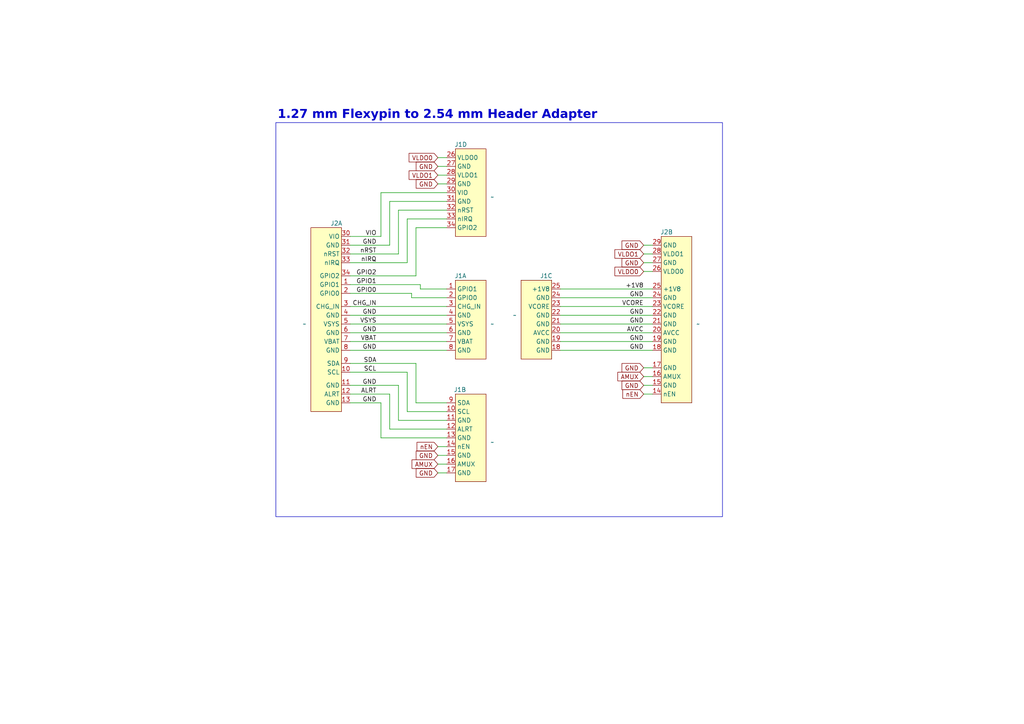
<source format=kicad_sch>
(kicad_sch (version 20231120) (generator "eeschema") (generator_version "8.0")
  (paper "A4")
  (title_block (title "[1] 1.27 mm Flexypin to 2.54 mm Header Adapter") (rev "0.1") (company "Embedded Systems Laboratory - EPFL"))
  (lib_symbols
    (symbol "X-MODs_SchLib:Power_Board_Header_Conn_2.54mm"
      (property "Reference" "J" (at 0.762 1.27 0))
      (symbol "Power_Board_Header_Conn_2.54mm_1_1"
        (rectangle (start 0 0) (end 8.89 -53.34) (stroke (width 0) (color 128 0 0 1)) (fill (type background)))
        (pin passive line (at -2.54 -16.51 0) (length 2.54) (name "GPIO1") (number "1"))
        (pin passive line (at -2.54 -41.91 0) (length 2.54) (name "SCL") (number "10"))
        (pin passive line (at -2.54 -45.72 0) (length 2.54) (name "GND") (number "11"))
        (pin passive line (at -2.54 -48.26 0) (length 2.54) (name "ALRT") (number "12"))
        (pin passive line (at -2.54 -50.8 0) (length 2.54) (name "GND") (number "13"))
        (pin passive line (at -2.54 -19.05 0) (length 2.54) (name "GPIO0") (number "2"))
        (pin passive line (at -2.54 -22.86 0) (length 2.54) (name "CHG_IN") (number "3"))
        (pin passive line (at -2.54 -2.54 0) (length 2.54) (name "VIO") (number "30"))
        (pin passive line (at -2.54 -5.08 0) (length 2.54) (name "GND") (number "31"))
        (pin passive line (at -2.54 -7.62 0) (length 2.54) (name "nRST") (number "32"))
        (pin passive line (at -2.54 -10.16 0) (length 2.54) (name "nIRQ") (number "33"))
        (pin passive line (at -2.54 -13.97 0) (length 2.54) (name "GPIO2") (number "34"))
        (pin passive line (at -2.54 -25.4 0) (length 2.54) (name "GND") (number "4"))
        (pin passive line (at -2.54 -27.94 0) (length 2.54) (name "VSYS") (number "5"))
        (pin passive line (at -2.54 -30.48 0) (length 2.54) (name "GND") (number "6"))
        (pin passive line (at -2.54 -33.02 0) (length 2.54) (name "VBAT") (number "7"))
        (pin passive line (at -2.54 -35.56 0) (length 2.54) (name "GND") (number "8"))
        (pin passive line (at -2.54 -39.37 0) (length 2.54) (name "SDA") (number "9"))
      )
      (symbol "Power_Board_Header_Conn_2.54mm_2_1"
        (rectangle (start 0 0) (end 8.89 -48.26) (stroke (width 0) (color 128 0 0 1)) (fill (type background)))
        (pin passive line (at -2.54 -45.72 0) (length 2.54) (name "nEN") (number "14"))
        (pin passive line (at -2.54 -43.18 0) (length 2.54) (name "GND") (number "15"))
        (pin passive line (at -2.54 -40.64 0) (length 2.54) (name "AMUX") (number "16"))
        (pin passive line (at -2.54 -38.1 0) (length 2.54) (name "GND") (number "17"))
        (pin passive line (at -2.54 -33.02 0) (length 2.54) (name "GND") (number "18"))
        (pin passive line (at -2.54 -30.48 0) (length 2.54) (name "GND") (number "19"))
        (pin passive line (at -2.54 -27.94 0) (length 2.54) (name "AVCC") (number "20"))
        (pin passive line (at -2.54 -25.4 0) (length 2.54) (name "GND") (number "21"))
        (pin passive line (at -2.54 -22.86 0) (length 2.54) (name "GND") (number "22"))
        (pin passive line (at -2.54 -20.32 0) (length 2.54) (name "VCORE") (number "23"))
        (pin passive line (at -2.54 -17.78 0) (length 2.54) (name "GND") (number "24"))
        (pin passive line (at -2.54 -15.24 0) (length 2.54) (name "+1V8") (number "25"))
        (pin passive line (at -2.54 -10.16 0) (length 2.54) (name "VLDO0") (number "26"))
        (pin passive line (at -2.54 -7.62 0) (length 2.54) (name "GND") (number "27"))
        (pin passive line (at -2.54 -5.08 0) (length 2.54) (name "VLDO1") (number "28"))
        (pin passive line (at -2.54 -2.54 0) (length 2.54) (name "GND") (number "29"))
      )
    )
    (symbol "X-MODs_SchLib:Power_Board_Socket_Conn_1.27mm" (in_bom no)
      (property "Reference" "J" (at 0.508 1.778 0))
      (symbol "Power_Board_Socket_Conn_1.27mm_1_1"
        (rectangle (start 0 0) (end 8.89 -22.86) (stroke (width 0) (color 128 0 0 1)) (fill (type background)))
        (pin passive line (at -2.54 -2.54 0) (length 2.54) (name "GPIO1") (number "1"))
        (pin passive line (at -2.54 -5.08 0) (length 2.54) (name "GPIO0") (number "2"))
        (pin passive line (at -2.54 -7.62 0) (length 2.54) (name "CHG_IN") (number "3"))
        (pin passive line (at -2.54 -10.16 0) (length 2.54) (name "GND") (number "4"))
        (pin passive line (at -2.54 -12.7 0) (length 2.54) (name "VSYS") (number "5"))
        (pin passive line (at -2.54 -15.24 0) (length 2.54) (name "GND") (number "6"))
        (pin passive line (at -2.54 -17.78 0) (length 2.54) (name "VBAT") (number "7"))
        (pin passive line (at -2.54 -20.32 0) (length 2.54) (name "GND") (number "8"))
      )
      (symbol "Power_Board_Socket_Conn_1.27mm_2_1"
        (rectangle (start 0 0) (end 8.89 -25.4) (stroke (width 0) (color 128 0 0 1)) (fill (type background)))
        (pin passive line (at -2.54 -5.08 0) (length 2.54) (name "SCL") (number "10"))
        (pin passive line (at -2.54 -7.62 0) (length 2.54) (name "GND") (number "11"))
        (pin passive line (at -2.54 -10.16 0) (length 2.54) (name "ALRT") (number "12"))
        (pin passive line (at -2.54 -12.7 0) (length 2.54) (name "GND") (number "13"))
        (pin passive line (at -2.54 -15.24 0) (length 2.54) (name "nEN") (number "14"))
        (pin passive line (at -2.54 -17.78 0) (length 2.54) (name "GND") (number "15"))
        (pin passive line (at -2.54 -20.32 0) (length 2.54) (name "AMUX") (number "16"))
        (pin passive line (at -2.54 -22.86 0) (length 2.54) (name "GND") (number "17"))
        (pin passive line (at -2.54 -2.54 0) (length 2.54) (name "SDA") (number "9"))
      )
      (symbol "Power_Board_Socket_Conn_1.27mm_3_1"
        (rectangle (start 0 0) (end 8.89 -22.86) (stroke (width 0) (color 128 0 0 1)) (fill (type background)))
        (pin passive line (at -2.54 -2.54 0) (length 2.54) (name "GND") (number "18"))
        (pin passive line (at -2.54 -5.08 0) (length 2.54) (name "GND") (number "19"))
        (pin passive line (at -2.54 -7.62 0) (length 2.54) (name "AVCC") (number "20"))
        (pin passive line (at -2.54 -10.16 0) (length 2.54) (name "GND") (number "21"))
        (pin passive line (at -2.54 -12.7 0) (length 2.54) (name "GND") (number "22"))
        (pin passive line (at -2.54 -15.24 0) (length 2.54) (name "VCORE") (number "23"))
        (pin passive line (at -2.54 -17.78 0) (length 2.54) (name "GND") (number "24"))
        (pin passive line (at -2.54 -20.32 0) (length 2.54) (name "+1V8") (number "25"))
      )
      (symbol "Power_Board_Socket_Conn_1.27mm_4_1"
        (rectangle (start 0 0) (end 8.89 -25.4) (stroke (width 0) (color 128 0 0 1)) (fill (type background)))
        (pin passive line (at -2.54 -2.54 0) (length 2.54) (name "VLDO0") (number "26"))
        (pin passive line (at -2.54 -5.08 0) (length 2.54) (name "GND") (number "27"))
        (pin passive line (at -2.54 -7.62 0) (length 2.54) (name "VLDO1") (number "28"))
        (pin passive line (at -2.54 -10.16 0) (length 2.54) (name "GND") (number "29"))
        (pin passive line (at -2.54 -12.7 0) (length 2.54) (name "VIO") (number "30"))
        (pin passive line (at -2.54 -15.24 0) (length 2.54) (name "GND") (number "31"))
        (pin passive line (at -2.54 -17.78 0) (length 2.54) (name "nRST") (number "32"))
        (pin passive line (at -2.54 -20.32 0) (length 2.54) (name "nIRQ") (number "33"))
        (pin passive line (at -2.54 -22.86 0) (length 2.54) (name "GPIO2") (number "34"))
      )
    )
  )
  (wire (pts (xy 101.6 101.6) (xy 129.54 101.6)))
  (wire (pts (xy 129.54 48.26) (xy 127 48.26)))
  (wire (pts (xy 186.69 76.2) (xy 189.23 76.2)))
  (wire (pts (xy 120.65 116.84) (xy 120.65 105.41)))
  (wire (pts (xy 119.38 85.09) (xy 101.6 85.09)))
  (wire (pts (xy 186.69 78.74) (xy 189.23 78.74)))
  (wire (pts (xy 120.65 66.04) (xy 120.65 80.01)))
  (wire (pts (xy 115.57 60.96) (xy 115.57 73.66)))
  (wire (pts (xy 118.11 76.2) (xy 101.6 76.2)))
  (wire (pts (xy 119.38 85.09) (xy 119.38 86.36)))
  (wire (pts (xy 118.11 119.38) (xy 118.11 107.95)))
  (wire (pts (xy 113.03 58.42) (xy 113.03 71.12)))
  (wire (pts (xy 101.6 96.52) (xy 129.54 96.52)))
  (wire (pts (xy 120.65 105.41) (xy 101.6 105.41)))
  (wire (pts (xy 110.49 55.88) (xy 110.49 68.58)))
  (wire (pts (xy 129.54 119.38) (xy 118.11 119.38)))
  (wire (pts (xy 186.69 109.22) (xy 189.23 109.22)))
  (wire (pts (xy 162.56 91.44) (xy 189.23 91.44)))
  (wire (pts (xy 129.54 63.5) (xy 118.11 63.5)))
  (wire (pts (xy 115.57 73.66) (xy 101.6 73.66)))
  (wire (pts (xy 162.56 101.6) (xy 189.23 101.6)))
  (wire (pts (xy 129.54 121.92) (xy 115.57 121.92)))
  (wire (pts (xy 120.65 80.01) (xy 101.6 80.01)))
  (wire (pts (xy 101.6 99.06) (xy 129.54 99.06)))
  (wire (pts (xy 110.49 127) (xy 110.49 116.84)))
  (wire (pts (xy 189.23 86.36) (xy 162.56 86.36)))
  (wire (pts (xy 186.69 71.12) (xy 189.23 71.12)))
  (wire (pts (xy 101.6 88.9) (xy 129.54 88.9)))
  (wire (pts (xy 110.49 116.84) (xy 101.6 116.84)))
  (wire (pts (xy 162.56 96.52) (xy 189.23 96.52)))
  (wire (pts (xy 162.56 99.06) (xy 189.23 99.06)))
  (wire (pts (xy 162.56 93.98) (xy 189.23 93.98)))
  (wire (pts (xy 129.54 58.42) (xy 113.03 58.42)))
  (wire (pts (xy 113.03 71.12) (xy 101.6 71.12)))
  (wire (pts (xy 101.6 93.98) (xy 129.54 93.98)))
  (wire (pts (xy 186.69 73.66) (xy 189.23 73.66)))
  (wire (pts (xy 129.54 50.8) (xy 127 50.8)))
  (wire (pts (xy 129.54 116.84) (xy 120.65 116.84)))
  (wire (pts (xy 101.6 82.55) (xy 121.92 82.55)))
  (wire (pts (xy 101.6 91.44) (xy 129.54 91.44)))
  (wire (pts (xy 129.54 45.72) (xy 127 45.72)))
  (wire (pts (xy 119.38 86.36) (xy 129.54 86.36)))
  (wire (pts (xy 129.54 83.82) (xy 121.92 83.82)))
  (wire (pts (xy 113.03 114.3) (xy 101.6 114.3)))
  (wire (pts (xy 162.56 88.9) (xy 189.23 88.9)))
  (wire (pts (xy 129.54 124.46) (xy 113.03 124.46)))
  (wire (pts (xy 118.11 107.95) (xy 101.6 107.95)))
  (wire (pts (xy 186.69 106.68) (xy 189.23 106.68)))
  (wire (pts (xy 129.54 127) (xy 110.49 127)))
  (wire (pts (xy 110.49 68.58) (xy 101.6 68.58)))
  (wire (pts (xy 121.92 83.82) (xy 121.92 82.55)))
  (wire (pts (xy 113.03 124.46) (xy 113.03 114.3)))
  (wire (pts (xy 127 134.62) (xy 129.54 134.62)))
  (wire (pts (xy 162.56 83.82) (xy 189.23 83.82)))
  (wire (pts (xy 127 137.16) (xy 129.54 137.16)))
  (wire (pts (xy 186.69 114.3) (xy 189.23 114.3)))
  (wire (pts (xy 115.57 111.76) (xy 101.6 111.76)))
  (wire (pts (xy 129.54 66.04) (xy 120.65 66.04)))
  (wire (pts (xy 129.54 53.34) (xy 127 53.34)))
  (wire (pts (xy 129.54 60.96) (xy 115.57 60.96)))
  (wire (pts (xy 186.69 111.76) (xy 189.23 111.76)))
  (wire (pts (xy 127 129.54) (xy 129.54 129.54)))
  (wire (pts (xy 129.54 55.88) (xy 110.49 55.88)))
  (wire (pts (xy 118.11 63.5) (xy 118.11 76.2)))
  (wire (pts (xy 127 132.08) (xy 129.54 132.08)))
  (wire (pts (xy 115.57 121.92) (xy 115.57 111.76)))
  (rectangle (start 80.01 35.56) (end 209.55 149.86))
  (text "1.27 mm Flexypin to 2.54 mm Header Adapter" (at 80.518 34.036 0) (effects (font (size 2.54 2.54) (thickness 0.254) (bold yes) (italic yes)) (justify left)))
  (label "GND" (at 109.22 96.52 180))
  (label "VCORE" (at 186.69 88.9 180))
  (label "nRST" (at 109.22 73.66 180))
  (label "GPIO2" (at 109.22 80.01 180))
  (label "nIRQ" (at 109.22 76.2 180))
  (label "+1V8" (at 186.69 83.82 180))
  (label "VSYS" (at 109.22 93.98 180))
  (label "GPIO0" (at 109.22 85.09 180))
  (label "GND" (at 186.69 91.44 180))
  (label "ALRT" (at 109.22 114.3 180))
  (label "AVCC" (at 186.69 96.52 180))
  (label "VBAT" (at 109.22 99.06 180))
  (label "CHG_IN" (at 109.22 88.9 180))
  (label "GND" (at 109.22 71.12 180))
  (label "GND" (at 109.22 101.6 180))
  (label "GND" (at 186.69 99.06 180))
  (label "SDA" (at 109.22 105.41 180))
  (label "GND" (at 186.69 101.6 180))
  (label "VIO" (at 109.22 68.58 180))
  (label "GND" (at 109.22 91.44 180))
  (label "GND" (at 186.69 93.98 180))
  (label "GND" (at 109.22 111.76 180))
  (label "GPIO1" (at 109.22 82.55 180))
  (label "GND" (at 109.22 116.84 180))
  (label "GND" (at 186.69 86.36 180))
  (label "SCL" (at 109.22 107.95 180))
  (global_label "AMUX" (shape input) (at 186.69 109.22 180) (property "Intersheetrefs" "${INTERSHEET_REFS}" (effects (hide yes))))
  (global_label "VLDO1" (shape input) (at 186.69 73.66 180) (property "Intersheetrefs" "${INTERSHEET_REFS}" (effects (hide yes))))
  (global_label "GND" (shape input) (at 127 53.34 180) (property "Intersheetrefs" "${INTERSHEET_REFS}" (effects (hide yes))))
  (global_label "GND" (shape input) (at 127 137.16 180) (property "Intersheetrefs" "${INTERSHEET_REFS}" (effects (hide yes))))
  (global_label "GND" (shape input) (at 186.69 106.68 180) (property "Intersheetrefs" "${INTERSHEET_REFS}" (effects (hide yes))))
  (global_label "VLDO0" (shape input) (at 127 45.72 180) (property "Intersheetrefs" "${INTERSHEET_REFS}" (effects (hide yes))))
  (global_label "GND" (shape input) (at 186.69 111.76 180) (property "Intersheetrefs" "${INTERSHEET_REFS}" (effects (hide yes))))
  (global_label "nEN" (shape input) (at 186.69 114.3 180) (property "Intersheetrefs" "${INTERSHEET_REFS}" (effects (hide yes))))
  (global_label "GND" (shape input) (at 186.69 76.2 180) (property "Intersheetrefs" "${INTERSHEET_REFS}" (effects (hide yes))))
  (global_label "nEN" (shape input) (at 127 129.54 180) (property "Intersheetrefs" "${INTERSHEET_REFS}" (effects (hide yes))))
  (global_label "VLDO1" (shape input) (at 127 50.8 180) (property "Intersheetrefs" "${INTERSHEET_REFS}" (effects (hide yes))))
  (global_label "AMUX" (shape input) (at 127 134.62 180) (property "Intersheetrefs" "${INTERSHEET_REFS}" (effects (hide yes))))
  (global_label "GND" (shape input) (at 127 48.26 180) (property "Intersheetrefs" "${INTERSHEET_REFS}" (effects (hide yes))))
  (global_label "GND" (shape input) (at 127 132.08 180) (property "Intersheetrefs" "${INTERSHEET_REFS}" (effects (hide yes))))
  (global_label "VLDO0" (shape input) (at 186.69 78.74 180) (property "Intersheetrefs" "${INTERSHEET_REFS}" (effects (hide yes))))
  (global_label "GND" (shape input) (at 186.69 71.12 180) (property "Intersheetrefs" "${INTERSHEET_REFS}" (effects (hide yes))))
  (symbol (lib_id "X-MODs_SchLib:Power_Board_Socket_Conn_1.27mm") (at 132.08 114.3 0) (unit 2) (in_bom no)
    (property "Reference" "J1" (at 131.572 113.03 0) (effects (justify left)))
    (property "Value" "~" (at 142.24 128.27 0) (effects (justify left)))
    (property "Footprint" "X-MODs_PcbLib:Power_Board_Socket_Conn_1.27mm" (effects (hide yes)))
    (property "Description" "Power_Board_Socket_Conn_1.27mm" (effects (hide yes)))
  )
  (symbol (lib_id "X-MODs_SchLib:Power_Board_Header_Conn_2.54mm") (at 99.06 66.04 0) (mirror y) (unit 1)
    (property "Reference" "J2" (at 99.314 64.77 0) (effects (justify left)))
    (property "Value" "~" (at 88.9 93.98 0) (effects (justify left)))
    (property "Footprint" "X-MODs_PcbLib:Power_Board_Header_Conn_2.54mm" (effects (hide yes)))
    (property "Description" "Power_Board_Header_Conn_2.54mm" (effects (hide yes)))
  )
  (symbol (lib_id "X-MODs_SchLib:Power_Board_Socket_Conn_1.27mm") (at 132.08 43.18 0) (unit 4) (in_bom no)
    (property "Reference" "J1" (at 131.826 41.91 0) (effects (justify left)))
    (property "Value" "~" (at 142.24 57.15 0) (effects (justify left)))
    (property "Footprint" "X-MODs_PcbLib:Power_Board_Socket_Conn_1.27mm" (effects (hide yes)))
    (property "Description" "Power_Board_Socket_Conn_1.27mm" (effects (hide yes)))
  )
  (symbol (lib_id "X-MODs_SchLib:Power_Board_Socket_Conn_1.27mm") (at 160.02 104.14 180) (unit 3) (in_bom no)
    (property "Reference" "J1" (at 160.274 80.01 0) (effects (justify left)))
    (property "Value" "~" (at 149.86 91.44 0) (effects (justify left)))
    (property "Footprint" "X-MODs_PcbLib:Power_Board_Socket_Conn_1.27mm" (effects (hide yes)))
    (property "Description" "Power_Board_Socket_Conn_1.27mm" (effects (hide yes)))
  )
  (symbol (lib_id "X-MODs_SchLib:Power_Board_Header_Conn_2.54mm") (at 191.77 68.58 0) (unit 2)
    (property "Reference" "J2" (at 191.516 67.31 0) (effects (justify left)))
    (property "Value" "~" (at 201.93 93.98 0) (effects (justify left)))
    (property "Footprint" "X-MODs_PcbLib:Power_Board_Header_Conn_2.54mm" (effects (hide yes)))
    (property "Description" "Power_Board_Header_Conn_2.54mm" (effects (hide yes)))
  )
  (symbol (lib_id "X-MODs_SchLib:Power_Board_Socket_Conn_1.27mm") (at 132.08 81.28 0) (unit 1) (in_bom no)
    (property "Reference" "J1" (at 131.826 80.01 0) (effects (justify left)))
    (property "Value" "~" (at 142.24 93.98 0) (effects (justify left)))
    (property "Footprint" "X-MODs_PcbLib:Power_Board_Socket_Conn_1.27mm" (effects (hide yes)))
    (property "Description" "Power_Board_Socket_Conn_1.27mm" (effects (hide yes)))
  )
)
</source>
